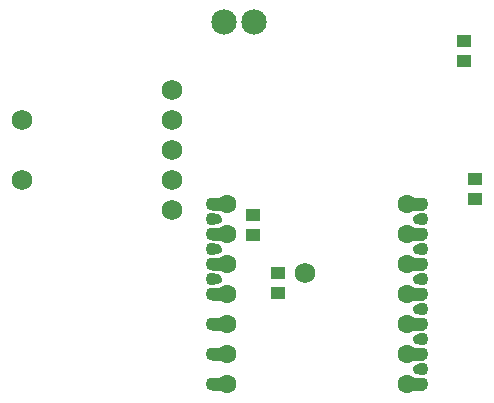
<source format=gbs>
G04*
G04 #@! TF.GenerationSoftware,Altium Limited,Altium Designer,25.8.1 (18)*
G04*
G04 Layer_Color=16711935*
%FSLAX25Y25*%
%MOIN*%
G70*
G04*
G04 #@! TF.SameCoordinates,9ED927D4-040A-4753-B034-1DC7637F36AC*
G04*
G04*
G04 #@! TF.FilePolarity,Negative*
G04*
G01*
G75*
%ADD25R,0.04700X0.04000*%
%ADD26C,0.01000*%
%ADD31C,0.04343*%
%ADD32C,0.06312*%
%ADD33C,0.06800*%
%ADD34C,0.08477*%
G36*
X245700Y180721D02*
X242300D01*
Y184279D01*
X245700D01*
Y180721D01*
D02*
G37*
G36*
X178700D02*
X175300D01*
Y184279D01*
X178700D01*
Y180721D01*
D02*
G37*
G36*
X245700Y175721D02*
X243984D01*
X243474Y175802D01*
X242999Y176044D01*
X242611Y176432D01*
X242300Y177390D01*
Y177594D01*
X242381Y178105D01*
X242623Y178579D01*
X243011Y178968D01*
X243968Y179279D01*
X245700D01*
Y175721D01*
D02*
G37*
G36*
X177526Y179198D02*
X178001Y178956D01*
X178389Y178568D01*
X178700Y177610D01*
Y177406D01*
X178619Y176895D01*
X178377Y176421D01*
X177989Y176032D01*
X177032Y175721D01*
X175300D01*
Y179279D01*
X177016D01*
X177526Y179198D01*
D02*
G37*
G36*
X245700Y170721D02*
X242300D01*
Y174279D01*
X245700D01*
Y170721D01*
D02*
G37*
G36*
X178700D02*
X175300D01*
Y174279D01*
X178700D01*
Y170721D01*
D02*
G37*
G36*
X245700Y165721D02*
X243984D01*
X243474Y165802D01*
X242999Y166044D01*
X242611Y166432D01*
X242300Y167390D01*
Y167595D01*
X242381Y168105D01*
X242623Y168579D01*
X243011Y168968D01*
X243968Y169279D01*
X245700D01*
Y165721D01*
D02*
G37*
G36*
X177526Y169198D02*
X178001Y168956D01*
X178389Y168568D01*
X178700Y167610D01*
Y167405D01*
X178619Y166895D01*
X178377Y166421D01*
X177989Y166032D01*
X177032Y165721D01*
X175300D01*
Y169279D01*
X177016D01*
X177526Y169198D01*
D02*
G37*
G36*
X245700Y160721D02*
X242300D01*
Y164279D01*
X245700D01*
Y160721D01*
D02*
G37*
G36*
X178700D02*
X175300D01*
Y164279D01*
X178700D01*
Y160721D01*
D02*
G37*
G36*
X245700Y155721D02*
X243984D01*
X243474Y155802D01*
X242999Y156044D01*
X242611Y156432D01*
X242300Y157390D01*
Y157595D01*
X242381Y158105D01*
X242623Y158579D01*
X243011Y158968D01*
X243968Y159279D01*
X245700D01*
Y155721D01*
D02*
G37*
G36*
X177526Y159198D02*
X178001Y158956D01*
X178389Y158568D01*
X178700Y157610D01*
Y157405D01*
X178619Y156895D01*
X178377Y156421D01*
X177989Y156032D01*
X177032Y155721D01*
X175300D01*
Y159279D01*
X177016D01*
X177526Y159198D01*
D02*
G37*
G36*
X245700Y150721D02*
X242300D01*
Y154279D01*
X245700D01*
Y150721D01*
D02*
G37*
G36*
X178700D02*
X175300D01*
Y154279D01*
X178700D01*
Y150721D01*
D02*
G37*
G36*
X245700Y145721D02*
X243984D01*
X243474Y145802D01*
X242999Y146044D01*
X242611Y146432D01*
X242300Y147390D01*
Y147594D01*
X242381Y148105D01*
X242623Y148579D01*
X243011Y148968D01*
X243968Y149279D01*
X245700D01*
Y145721D01*
D02*
G37*
G36*
Y140721D02*
X242300D01*
Y144279D01*
X245700D01*
Y140721D01*
D02*
G37*
G36*
X178700D02*
X175300D01*
Y144279D01*
X178700D01*
Y140721D01*
D02*
G37*
G36*
X245700Y135721D02*
X243984D01*
X243474Y135802D01*
X242999Y136044D01*
X242611Y136432D01*
X242300Y137390D01*
Y137594D01*
X242381Y138105D01*
X242623Y138579D01*
X243011Y138968D01*
X243968Y139279D01*
X245700D01*
Y135721D01*
D02*
G37*
G36*
Y130721D02*
X242300D01*
Y134279D01*
X245700D01*
Y130721D01*
D02*
G37*
G36*
X178700D02*
X175300D01*
Y134279D01*
X178700D01*
Y130721D01*
D02*
G37*
G36*
X245700Y125721D02*
X243984D01*
X243474Y125802D01*
X242999Y126044D01*
X242611Y126432D01*
X242300Y127390D01*
Y127594D01*
X242381Y128105D01*
X242623Y128579D01*
X243011Y128968D01*
X243968Y129279D01*
X245700D01*
Y125721D01*
D02*
G37*
G36*
Y120721D02*
X242300D01*
Y124279D01*
X245700D01*
Y120721D01*
D02*
G37*
G36*
X178700D02*
X175300D01*
Y124279D01*
X178700D01*
Y120721D01*
D02*
G37*
D25*
X263000Y184150D02*
D03*
Y190850D02*
D03*
X197500Y159350D02*
D03*
Y152650D02*
D03*
X189000Y178850D02*
D03*
Y172150D02*
D03*
X259500Y230150D02*
D03*
Y236850D02*
D03*
D26*
X175300Y180721D02*
Y184279D01*
X178700D01*
X242300D02*
X245700D01*
X242300Y180721D02*
Y184279D01*
Y180721D02*
X245700D01*
Y184279D01*
X178700Y180721D02*
Y184279D01*
X242300Y174279D02*
X245700D01*
X242300Y170721D02*
Y174279D01*
Y170721D02*
X245700D01*
Y174279D01*
X175300D02*
X178700D01*
X175300Y170721D02*
Y174279D01*
Y170721D02*
X178700D01*
Y174279D01*
X242300Y164279D02*
X245700D01*
X242300Y160721D02*
Y164279D01*
Y160721D02*
X245700D01*
Y164279D01*
X175300D02*
X178700D01*
X175300Y160721D02*
Y164279D01*
Y160721D02*
X178700D01*
Y164279D01*
X242300Y154279D02*
X245700D01*
X242300Y150721D02*
Y154279D01*
Y150721D02*
X245700D01*
Y154279D01*
X175300D02*
X178700D01*
X175300Y150721D02*
Y154279D01*
Y150721D02*
X178700D01*
Y154279D01*
X242300Y144279D02*
X245700D01*
X242300Y140721D02*
Y144279D01*
Y140721D02*
X245700D01*
Y144279D01*
X175300D02*
X178700D01*
X175300Y140721D02*
Y144279D01*
Y140721D02*
X178700D01*
Y144279D01*
X242300Y134279D02*
X245700D01*
X242300Y130721D02*
Y134279D01*
Y130721D02*
X245700D01*
Y134279D01*
X175300D02*
X178700D01*
X175300Y130721D02*
Y134279D01*
Y130721D02*
X178700D01*
Y134279D01*
X242300Y124279D02*
X245700D01*
X242300Y120721D02*
Y124279D01*
Y120721D02*
X245700D01*
Y124279D01*
X175300D02*
X178700D01*
X175300Y120721D02*
Y124279D01*
Y120721D02*
X178700D01*
Y124279D01*
X175300Y180721D02*
X178700D01*
D31*
X245500Y122500D02*
D03*
Y132500D02*
D03*
Y142500D02*
D03*
Y152500D02*
D03*
Y162500D02*
D03*
Y172500D02*
D03*
Y182500D02*
D03*
X175500D02*
D03*
Y172500D02*
D03*
Y162500D02*
D03*
Y152500D02*
D03*
Y142500D02*
D03*
Y132500D02*
D03*
Y122500D02*
D03*
X245500Y127500D02*
D03*
Y137500D02*
D03*
Y147500D02*
D03*
Y157500D02*
D03*
Y167500D02*
D03*
Y177500D02*
D03*
X175500D02*
D03*
Y167500D02*
D03*
Y157500D02*
D03*
D32*
X240500Y122500D02*
D03*
Y132500D02*
D03*
Y142500D02*
D03*
Y152500D02*
D03*
Y162500D02*
D03*
Y172500D02*
D03*
Y182500D02*
D03*
X180500D02*
D03*
Y172500D02*
D03*
Y162500D02*
D03*
Y152500D02*
D03*
Y142500D02*
D03*
Y132500D02*
D03*
Y122500D02*
D03*
D33*
X206500Y159500D02*
D03*
X112000Y210500D02*
D03*
Y190500D02*
D03*
X162000Y180500D02*
D03*
Y220500D02*
D03*
Y190500D02*
D03*
Y210500D02*
D03*
Y200500D02*
D03*
D34*
X179500Y243000D02*
D03*
X189500D02*
D03*
M02*

</source>
